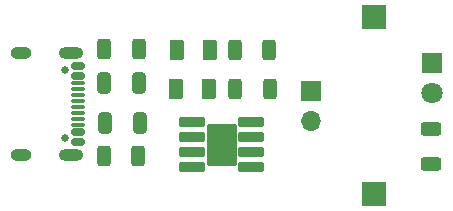
<source format=gbr>
%TF.GenerationSoftware,KiCad,Pcbnew,8.0.4*%
%TF.CreationDate,2024-08-19T19:06:41-07:00*%
%TF.ProjectId,LED flashlight,4c454420-666c-4617-9368-6c696768742e,rev?*%
%TF.SameCoordinates,Original*%
%TF.FileFunction,Soldermask,Top*%
%TF.FilePolarity,Negative*%
%FSLAX46Y46*%
G04 Gerber Fmt 4.6, Leading zero omitted, Abs format (unit mm)*
G04 Created by KiCad (PCBNEW 8.0.4) date 2024-08-19 19:06:41*
%MOMM*%
%LPD*%
G01*
G04 APERTURE LIST*
G04 Aperture macros list*
%AMRoundRect*
0 Rectangle with rounded corners*
0 $1 Rounding radius*
0 $2 $3 $4 $5 $6 $7 $8 $9 X,Y pos of 4 corners*
0 Add a 4 corners polygon primitive as box body*
4,1,4,$2,$3,$4,$5,$6,$7,$8,$9,$2,$3,0*
0 Add four circle primitives for the rounded corners*
1,1,$1+$1,$2,$3*
1,1,$1+$1,$4,$5*
1,1,$1+$1,$6,$7*
1,1,$1+$1,$8,$9*
0 Add four rect primitives between the rounded corners*
20,1,$1+$1,$2,$3,$4,$5,0*
20,1,$1+$1,$4,$5,$6,$7,0*
20,1,$1+$1,$6,$7,$8,$9,0*
20,1,$1+$1,$8,$9,$2,$3,0*%
G04 Aperture macros list end*
%ADD10RoundRect,0.250000X-0.312500X-0.625000X0.312500X-0.625000X0.312500X0.625000X-0.312500X0.625000X0*%
%ADD11RoundRect,0.250000X0.375000X0.625000X-0.375000X0.625000X-0.375000X-0.625000X0.375000X-0.625000X0*%
%ADD12RoundRect,0.250000X-0.625000X0.312500X-0.625000X-0.312500X0.625000X-0.312500X0.625000X0.312500X0*%
%ADD13R,1.700000X1.700000*%
%ADD14O,1.700000X1.700000*%
%ADD15RoundRect,0.250000X-0.325000X-0.650000X0.325000X-0.650000X0.325000X0.650000X-0.325000X0.650000X0*%
%ADD16RoundRect,0.250000X0.325000X0.650000X-0.325000X0.650000X-0.325000X-0.650000X0.325000X-0.650000X0*%
%ADD17R,2.000000X2.000000*%
%ADD18C,0.650000*%
%ADD19RoundRect,0.150000X-0.425000X0.150000X-0.425000X-0.150000X0.425000X-0.150000X0.425000X0.150000X0*%
%ADD20RoundRect,0.075000X-0.500000X0.075000X-0.500000X-0.075000X0.500000X-0.075000X0.500000X0.075000X0*%
%ADD21O,2.100000X1.000000*%
%ADD22O,1.800000X1.000000*%
%ADD23RoundRect,0.100500X-0.986500X-0.301500X0.986500X-0.301500X0.986500X0.301500X-0.986500X0.301500X0*%
%ADD24RoundRect,0.102000X-1.206500X-1.651000X1.206500X-1.651000X1.206500X1.651000X-1.206500X1.651000X0*%
%ADD25RoundRect,0.250000X0.312500X0.625000X-0.312500X0.625000X-0.312500X-0.625000X0.312500X-0.625000X0*%
%ADD26R,1.800000X1.800000*%
%ADD27C,1.800000*%
G04 APERTURE END LIST*
D10*
%TO.C,R1*%
X132007500Y-86890000D03*
X134932500Y-86890000D03*
%TD*%
D11*
%TO.C,D4*%
X140880000Y-90280000D03*
X138080000Y-90280000D03*
%TD*%
D12*
%TO.C,R5*%
X159655000Y-93682500D03*
X159655000Y-96607500D03*
%TD*%
D13*
%TO.C,BT1*%
X149520000Y-90425000D03*
D14*
X149520000Y-92965000D03*
%TD*%
D15*
%TO.C,D2*%
X131985000Y-89790000D03*
X134935000Y-89790000D03*
%TD*%
D16*
%TO.C,D1*%
X135035000Y-93150000D03*
X132085000Y-93150000D03*
%TD*%
D17*
%TO.C,SW1*%
X154820000Y-84180000D03*
X154820000Y-99180000D03*
%TD*%
D10*
%TO.C,R2*%
X143077500Y-90270000D03*
X146002500Y-90270000D03*
%TD*%
%TO.C,R3*%
X143045000Y-86940000D03*
X145970000Y-86940000D03*
%TD*%
D18*
%TO.C,P1*%
X128667221Y-88649014D03*
X128667221Y-94429014D03*
D19*
X129742221Y-88339014D03*
X129742221Y-89139014D03*
D20*
X129742221Y-90289014D03*
X129742221Y-91289014D03*
X129742221Y-91789014D03*
X129742221Y-92789014D03*
D19*
X129742221Y-93939014D03*
X129742221Y-94739014D03*
X129742221Y-94739014D03*
X129742221Y-93939014D03*
D20*
X129742221Y-93289014D03*
X129742221Y-92289014D03*
X129742221Y-90789014D03*
X129742221Y-89789014D03*
D19*
X129742221Y-89139014D03*
X129742221Y-88339014D03*
D21*
X129167221Y-87219014D03*
D22*
X124987221Y-87219014D03*
D21*
X129167221Y-95859014D03*
D22*
X124987221Y-95859014D03*
%TD*%
D11*
%TO.C,D5*%
X140950000Y-86990000D03*
X138150000Y-86990000D03*
%TD*%
D23*
%TO.C,U1*%
X139460000Y-93080000D03*
X139460000Y-94350000D03*
X139460000Y-95620000D03*
X139460000Y-96890000D03*
X144410000Y-96890000D03*
X144410000Y-95620000D03*
X144410000Y-94350000D03*
X144410000Y-93080000D03*
D24*
X141935000Y-94985000D03*
%TD*%
D25*
%TO.C,R4*%
X134872500Y-95990000D03*
X131947500Y-95990000D03*
%TD*%
D26*
%TO.C,D3*%
X159755000Y-88065000D03*
D27*
X159755000Y-90605000D03*
%TD*%
M02*

</source>
